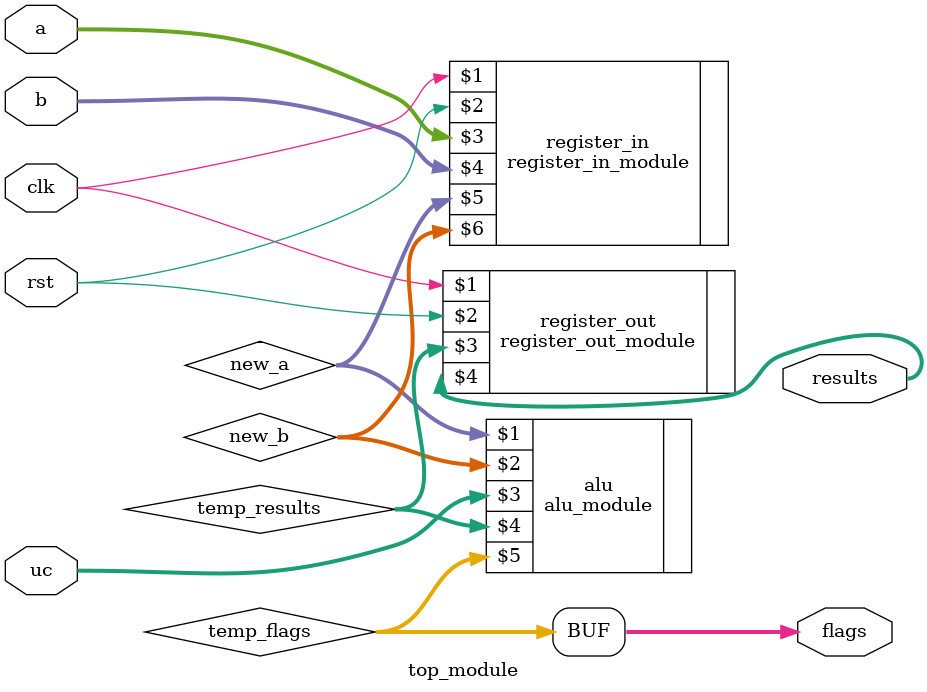
<source format=sv>
module top_module #(parameter N=256)
(
  input logic clk,
  input logic rst,
  input logic [N-1:0] a, 
  input logic [N-1:0] b,
  input logic [2:0] uc, 
  output logic [6:0] results,
  output logic [3:0] flags
);

  logic [N-1:0] new_a;
  logic [N-1:0] new_b;
  
  logic [N-1:0] temp_results;
  logic [3:0] temp_flags;
  
  
  register_in_module register_in(clk, rst, a, b, new_a, new_b);
  
  alu_module alu(new_a, new_b, uc, temp_results, temp_flags);
  
  register_out_module register_out(clk, rst, temp_results, results);
 
  assign flags = temp_flags;

endmodule 
</source>
